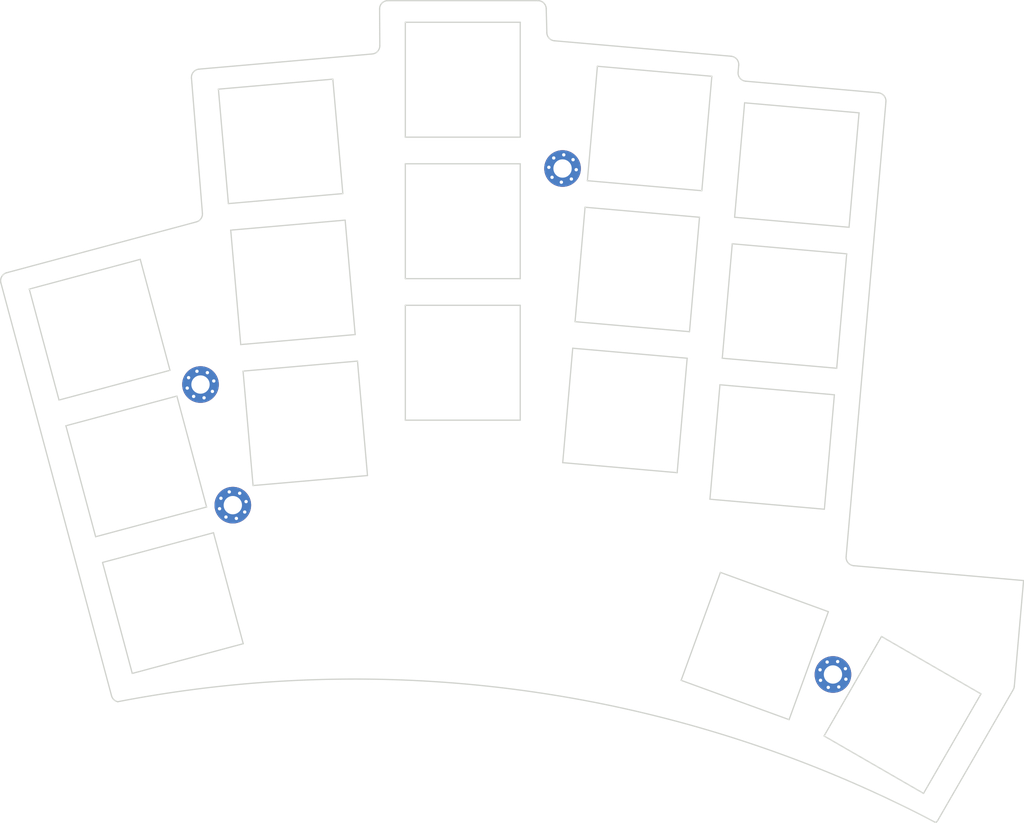
<source format=kicad_pcb>

            
(kicad_pcb (version 20171130) (host pcbnew 5.1.6)

  (page A3)
  (title_block
    (title platepcb)
    (rev v1.0.0)
    (company Unknown)
  )

  (general
    (thickness 1.6)
  )

  (layers
    (0 F.Cu signal)
    (31 B.Cu signal)
    (32 B.Adhes user)
    (33 F.Adhes user)
    (34 B.Paste user)
    (35 F.Paste user)
    (36 B.SilkS user)
    (37 F.SilkS user)
    (38 B.Mask user)
    (39 F.Mask user)
    (40 Dwgs.User user)
    (41 Cmts.User user)
    (42 Eco1.User user)
    (43 Eco2.User user)
    (44 Edge.Cuts user)
    (45 Margin user)
    (46 B.CrtYd user)
    (47 F.CrtYd user)
    (48 B.Fab user)
    (49 F.Fab user)
  )

  (setup
    (last_trace_width 0.25)
    (trace_clearance 0.2)
    (zone_clearance 0.508)
    (zone_45_only no)
    (trace_min 0.2)
    (via_size 0.8)
    (via_drill 0.4)
    (via_min_size 0.4)
    (via_min_drill 0.3)
    (uvia_size 0.3)
    (uvia_drill 0.1)
    (uvias_allowed no)
    (uvia_min_size 0.2)
    (uvia_min_drill 0.1)
    (edge_width 0.05)
    (segment_width 0.2)
    (pcb_text_width 0.3)
    (pcb_text_size 1.5 1.5)
    (mod_edge_width 0.12)
    (mod_text_size 1 1)
    (mod_text_width 0.15)
    (pad_size 1.524 1.524)
    (pad_drill 0.762)
    (pad_to_mask_clearance 0.05)
    (aux_axis_origin 0 0)
    (visible_elements FFFFFF7F)
    (pcbplotparams
      (layerselection 0x010fc_ffffffff)
      (usegerberextensions false)
      (usegerberattributes true)
      (usegerberadvancedattributes true)
      (creategerberjobfile true)
      (excludeedgelayer true)
      (linewidth 0.100000)
      (plotframeref false)
      (viasonmask false)
      (mode 1)
      (useauxorigin false)
      (hpglpennumber 1)
      (hpglpenspeed 20)
      (hpglpendiameter 15.000000)
      (psnegative false)
      (psa4output false)
      (plotreference true)
      (plotvalue true)
      (plotinvisibletext false)
      (padsonsilk false)
      (subtractmaskfromsilk false)
      (outputformat 1)
      (mirror false)
      (drillshape 1)
      (scaleselection 1)
      (outputdirectory ""))
  )

            (net 0 "")
            
  (net_class Default "This is the default net class."
    (clearance 0.2)
    (trace_width 0.25)
    (via_dia 0.8)
    (via_drill 0.4)
    (uvia_dia 0.3)
    (uvia_drill 0.1)
    (add_net "")
  )

            
    (module "MountingHole_2.2mm_M2_Pad_Via" (version 20210722) (generator pcbnew) (layer "F.Cu")
      (tedit 56DDB9C7)
      (at 153.31819159999998 123.74662690000001 15) 
    
      (fp_text reference "_1" (at 0 -3.2) (layer "F.SilkS") hide 
        (effects (font (size 1 1) (thickness 0.15)))
        (tstamp b68bb25c-687d-44b1-b966-dad4cac66b35)
      )
    
      (fp_circle (center 0 0) (end 2.45 0) (layer "F.CrtYd") (width 0.05) (fill none) (tstamp b2688462-c375-45d3-9095-3425fb17c88f))
      (pad "1" thru_hole circle locked (at 1.166726 1.166726) (size 0.7 0.7) (drill 0.4) (layers *.Cu *.Mask) (tstamp 2a7fc905-328f-4bbb-9222-ca8d15d03a86))
      (pad "1" thru_hole circle locked (at 0 0) (size 4.4 4.4) (drill 2.2) (layers *.Cu *.Mask) (tstamp 47ee1d53-0551-4b6d-bc24-3f3f14c73c36))
      (pad "1" thru_hole circle locked (at 0 1.65) (size 0.7 0.7) (drill 0.4) (layers *.Cu *.Mask) (tstamp 4eef65bc-4add-40d7-8319-14dcdbae0d44))
      (pad "1" thru_hole circle locked (at 1.166726 -1.166726) (size 0.7 0.7) (drill 0.4) (layers *.Cu *.Mask) (tstamp 56155f4d-2ebc-4ad4-8d82-7aa7846deba8))
      (pad "1" thru_hole circle locked (at -1.65 0) (size 0.7 0.7) (drill 0.4) (layers *.Cu *.Mask) (tstamp 787d6162-1d3c-4def-859e-6532ce27c1ef))
      (pad "1" thru_hole circle locked (at -1.166726 -1.166726) (size 0.7 0.7) (drill 0.4) (layers *.Cu *.Mask) (tstamp 8d699d12-7099-4814-bbe6-11bc74c6e8b2))
      (pad "1" thru_hole circle locked (at -1.166726 1.166726) (size 0.7 0.7) (drill 0.4) (layers *.Cu *.Mask) (tstamp 95ab0420-a56b-46ee-98ad-5072a1a93a6f))
      (pad "1" thru_hole circle locked (at 1.65 0) (size 0.7 0.7) (drill 0.4) (layers *.Cu *.Mask) (tstamp cde0acf2-b3b4-46de-9f6e-3ab519744000))
      (pad "1" thru_hole circle locked (at 0 -1.65) (size 0.7 0.7) (drill 0.4) (layers *.Cu *.Mask) (tstamp ff0de415-ae11-46fb-b780-c24aee621212))
    )

    (module "MountingHole_2.2mm_M2_Pad_Via" (version 20210722) (generator pcbnew) (layer "F.Cu")
      (tedit 56DDB9C7)
      (at 157.2004773 138.2355142 15) 
    
      (fp_text reference "_2" (at 0 -3.2) (layer "F.SilkS") hide 
        (effects (font (size 1 1) (thickness 0.15)))
        (tstamp b68bb25c-687d-44b1-b966-dad4cac66b35)
      )
    
      (fp_circle (center 0 0) (end 2.45 0) (layer "F.CrtYd") (width 0.05) (fill none) (tstamp b2688462-c375-45d3-9095-3425fb17c88f))
      (pad "1" thru_hole circle locked (at 1.166726 1.166726) (size 0.7 0.7) (drill 0.4) (layers *.Cu *.Mask) (tstamp 2a7fc905-328f-4bbb-9222-ca8d15d03a86))
      (pad "1" thru_hole circle locked (at 0 0) (size 4.4 4.4) (drill 2.2) (layers *.Cu *.Mask) (tstamp 47ee1d53-0551-4b6d-bc24-3f3f14c73c36))
      (pad "1" thru_hole circle locked (at 0 1.65) (size 0.7 0.7) (drill 0.4) (layers *.Cu *.Mask) (tstamp 4eef65bc-4add-40d7-8319-14dcdbae0d44))
      (pad "1" thru_hole circle locked (at 1.166726 -1.166726) (size 0.7 0.7) (drill 0.4) (layers *.Cu *.Mask) (tstamp 56155f4d-2ebc-4ad4-8d82-7aa7846deba8))
      (pad "1" thru_hole circle locked (at -1.65 0) (size 0.7 0.7) (drill 0.4) (layers *.Cu *.Mask) (tstamp 787d6162-1d3c-4def-859e-6532ce27c1ef))
      (pad "1" thru_hole circle locked (at -1.166726 -1.166726) (size 0.7 0.7) (drill 0.4) (layers *.Cu *.Mask) (tstamp 8d699d12-7099-4814-bbe6-11bc74c6e8b2))
      (pad "1" thru_hole circle locked (at -1.166726 1.166726) (size 0.7 0.7) (drill 0.4) (layers *.Cu *.Mask) (tstamp 95ab0420-a56b-46ee-98ad-5072a1a93a6f))
      (pad "1" thru_hole circle locked (at 1.65 0) (size 0.7 0.7) (drill 0.4) (layers *.Cu *.Mask) (tstamp cde0acf2-b3b4-46de-9f6e-3ab519744000))
      (pad "1" thru_hole circle locked (at 0 -1.65) (size 0.7 0.7) (drill 0.4) (layers *.Cu *.Mask) (tstamp ff0de415-ae11-46fb-b780-c24aee621212))
    )

    (module "MountingHole_2.2mm_M2_Pad_Via" (version 20210722) (generator pcbnew) (layer "F.Cu")
      (tedit 56DDB9C7)
      (at 196.810495 97.79483990000003 -5) 
    
      (fp_text reference "_3" (at 0 -3.2) (layer "F.SilkS") hide 
        (effects (font (size 1 1) (thickness 0.15)))
        (tstamp b68bb25c-687d-44b1-b966-dad4cac66b35)
      )
    
      (fp_circle (center 0 0) (end 2.45 0) (layer "F.CrtYd") (width 0.05) (fill none) (tstamp b2688462-c375-45d3-9095-3425fb17c88f))
      (pad "1" thru_hole circle locked (at 1.166726 1.166726) (size 0.7 0.7) (drill 0.4) (layers *.Cu *.Mask) (tstamp 2a7fc905-328f-4bbb-9222-ca8d15d03a86))
      (pad "1" thru_hole circle locked (at 0 0) (size 4.4 4.4) (drill 2.2) (layers *.Cu *.Mask) (tstamp 47ee1d53-0551-4b6d-bc24-3f3f14c73c36))
      (pad "1" thru_hole circle locked (at 0 1.65) (size 0.7 0.7) (drill 0.4) (layers *.Cu *.Mask) (tstamp 4eef65bc-4add-40d7-8319-14dcdbae0d44))
      (pad "1" thru_hole circle locked (at 1.166726 -1.166726) (size 0.7 0.7) (drill 0.4) (layers *.Cu *.Mask) (tstamp 56155f4d-2ebc-4ad4-8d82-7aa7846deba8))
      (pad "1" thru_hole circle locked (at -1.65 0) (size 0.7 0.7) (drill 0.4) (layers *.Cu *.Mask) (tstamp 787d6162-1d3c-4def-859e-6532ce27c1ef))
      (pad "1" thru_hole circle locked (at -1.166726 -1.166726) (size 0.7 0.7) (drill 0.4) (layers *.Cu *.Mask) (tstamp 8d699d12-7099-4814-bbe6-11bc74c6e8b2))
      (pad "1" thru_hole circle locked (at -1.166726 1.166726) (size 0.7 0.7) (drill 0.4) (layers *.Cu *.Mask) (tstamp 95ab0420-a56b-46ee-98ad-5072a1a93a6f))
      (pad "1" thru_hole circle locked (at 1.65 0) (size 0.7 0.7) (drill 0.4) (layers *.Cu *.Mask) (tstamp cde0acf2-b3b4-46de-9f6e-3ab519744000))
      (pad "1" thru_hole circle locked (at 0 -1.65) (size 0.7 0.7) (drill 0.4) (layers *.Cu *.Mask) (tstamp ff0de415-ae11-46fb-b780-c24aee621212))
    )

    (module "MountingHole_2.2mm_M2_Pad_Via" (version 20210722) (generator pcbnew) (layer "F.Cu")
      (tedit 56DDB9C7)
      (at 229.2956862 158.57893650000003 -20) 
    
      (fp_text reference "_4" (at 0 -3.2) (layer "F.SilkS") hide 
        (effects (font (size 1 1) (thickness 0.15)))
        (tstamp b68bb25c-687d-44b1-b966-dad4cac66b35)
      )
    
      (fp_circle (center 0 0) (end 2.45 0) (layer "F.CrtYd") (width 0.05) (fill none) (tstamp b2688462-c375-45d3-9095-3425fb17c88f))
      (pad "1" thru_hole circle locked (at 1.166726 1.166726) (size 0.7 0.7) (drill 0.4) (layers *.Cu *.Mask) (tstamp 2a7fc905-328f-4bbb-9222-ca8d15d03a86))
      (pad "1" thru_hole circle locked (at 0 0) (size 4.4 4.4) (drill 2.2) (layers *.Cu *.Mask) (tstamp 47ee1d53-0551-4b6d-bc24-3f3f14c73c36))
      (pad "1" thru_hole circle locked (at 0 1.65) (size 0.7 0.7) (drill 0.4) (layers *.Cu *.Mask) (tstamp 4eef65bc-4add-40d7-8319-14dcdbae0d44))
      (pad "1" thru_hole circle locked (at 1.166726 -1.166726) (size 0.7 0.7) (drill 0.4) (layers *.Cu *.Mask) (tstamp 56155f4d-2ebc-4ad4-8d82-7aa7846deba8))
      (pad "1" thru_hole circle locked (at -1.65 0) (size 0.7 0.7) (drill 0.4) (layers *.Cu *.Mask) (tstamp 787d6162-1d3c-4def-859e-6532ce27c1ef))
      (pad "1" thru_hole circle locked (at -1.166726 -1.166726) (size 0.7 0.7) (drill 0.4) (layers *.Cu *.Mask) (tstamp 8d699d12-7099-4814-bbe6-11bc74c6e8b2))
      (pad "1" thru_hole circle locked (at -1.166726 1.166726) (size 0.7 0.7) (drill 0.4) (layers *.Cu *.Mask) (tstamp 95ab0420-a56b-46ee-98ad-5072a1a93a6f))
      (pad "1" thru_hole circle locked (at 1.65 0) (size 0.7 0.7) (drill 0.4) (layers *.Cu *.Mask) (tstamp cde0acf2-b3b4-46de-9f6e-3ab519744000))
      (pad "1" thru_hole circle locked (at 0 -1.65) (size 0.7 0.7) (drill 0.4) (layers *.Cu *.Mask) (tstamp ff0de415-ae11-46fb-b780-c24aee621212))
    )
            (gr_line (start 152.81129638266697 104.21220167643794) (end 130.04803902884456 110.31159805613748) (angle 90) (layer Edge.Cuts) (width 0.15))
(gr_line (start 129.3409322288445 111.53634285613742) (end 142.6300889028491 161.1321502667169) (angle 90) (layer Edge.Cuts) (width 0.15))
(gr_line (start 241.90222833238784 176.07346495517794) (end 250.95043756634797 160.4015069129299) (angle 90) (layer Edge.Cuts) (width 0.15))
(gr_line (start 251.08060686634795 159.98866261293006) (end 252.19130841922848 147.2932857063197) (angle 90) (layer Edge.Cuts) (width 0.15))
(gr_line (start 230.8760713 144.4246242) (end 235.65656376211567 89.78334495175477) (angle 90) (layer Edge.Cuts) (width 0.15))
(gr_line (start 234.74752476211563 88.6999945517551) (end 218.8084097151442 87.30550264625548) (angle 90) (layer Edge.Cuts) (width 0.15))
(gr_line (start 217.8993707151442 86.22215224625552) (end 217.97200048456068 85.39198995711877) (angle 90) (layer Edge.Cuts) (width 0.15))
(gr_line (start 217.06296148456065 84.30863955711911) (end 195.83679136109046 82.45159033074175) (angle 90) (layer Edge.Cuts) (width 0.15))
(gr_line (start 194.9242834610905 81.48133323074308) (end 194.849560207405 78.60141290000047) (angle 90) (layer Edge.Cuts) (width 0.15))
(gr_line (start 193.849896607405 77.6273505) (end 175.8307463830549 77.6273505) (angle 90) (layer Edge.Cuts) (width 0.15))
(gr_line (start 174.83076708305492 78.63378910000029) (end 174.85909647102946 83.03363233441996) (angle 90) (layer Edge.Cuts) (width 0.15))
(gr_line (start 173.94627287102966 84.03626563442329) (end 153.14172917207037 85.85642732749842) (angle 90) (layer Edge.Cuts) (width 0.15))
(gr_line (start 152.23216047207038 86.93349532749835) (end 153.54920178266704 103.16540257643828) (angle 90) (layer Edge.Cuts) (width 0.15))
(gr_arc (start 130.30685802884454 111.27752385613746) (end 130.04803902884456 110.31159805613747) (angle -89.99999999999758) (layer Edge.Cuts) (width 0.15))
(gr_arc (start 143.59601470284912 160.8733312667169) (end 142.6300889028491 161.13215026671688) (angle -62.41819814701313) (layer Edge.Cuts) (width 0.15))
(gr_arc (start 241.03620293238788 175.57346495517783) (end 241.64413113238788 176.36745695517783) (angle -22.560151098570202) (layer Edge.Cuts) (width 0.15))
(gr_arc (start 250.08441216634796 159.90150691292996) (end 250.95043756634797 160.40150691292996) (angle -25.000002557876826) (layer Edge.Cuts) (width 0.15))
(gr_arc (start 234.66036906211568 89.69618925175473) (end 235.65656376211567 89.78334495175473) (angle -90.00000000000307) (layer Edge.Cuts) (width 0.15))
(gr_arc (start 218.8955654151442 86.30930794625547) (end 217.89937071514422 86.22215224625548) (angle -89.99999999999665) (layer Edge.Cuts) (width 0.15))
(gr_arc (start 216.97580578456066 85.30483425711873) (end 217.97200048456065 85.39198995711872) (angle -90.00000000000126) (layer Edge.Cuts) (width 0.15))
(gr_arc (start 195.92394706109047 81.45539563074175) (end 194.92428346109048 81.48133323074175) (angle -83.51372080903968) (layer Edge.Cuts) (width 0.15))
(gr_arc (start 193.849896607405 78.62735049999992) (end 194.84956020740498 78.60141289999991) (angle -88.51371835967848) (layer Edge.Cuts) (width 0.15))
(gr_arc (start 175.8307463830549 78.6273505) (end 175.8307463830549 77.6273505) (angle -90.36890714456572) (layer Edge.Cuts) (width 0.15))
(gr_arc (start 173.85911717102945 83.04007093442124) (end 173.94627287102946 84.03626563442124) (angle -85.36890959409037) (layer Edge.Cuts) (width 0.15))
(gr_arc (start 153.22888487207038 86.85262202749843) (end 153.14172917207037 85.85642732749842) (angle -89.63876720303364) (layer Edge.Cuts) (width 0.15))
(gr_arc (start 152.55247738266704 103.24627587643818) (end 152.81129638266702 104.21220167643817) (angle -79.6387668598469) (layer Edge.Cuts) (width 0.15))
(gr_arc (start 171.8242869 309.12735050000003) (end 241.6441312 176.36745690000004) (angle -38.672177686094756) (layer Edge.Cuts) (width 0.15))
(gr_line (start 231.7851103 145.50797470000003) (end 252.19130841922848 147.29328570631986) (angle 90) (layer Edge.Cuts) (width 0.15))
(gr_arc (start 231.87226600000002 144.51178000000002) (end 230.87607130000004 144.4246243) (angle -90) (layer Edge.Cuts) (width 0.15))
(gr_line (start 145.1209632 158.45073960000002) (end 158.4507396 154.8790368) (angle 90) (layer Edge.Cuts) (width 0.15))
(gr_line (start 158.4507396 154.8790368) (end 154.8790368 141.5492604) (angle 90) (layer Edge.Cuts) (width 0.15))
(gr_line (start 154.8790368 141.5492604) (end 141.54926039999998 145.1209632) (angle 90) (layer Edge.Cuts) (width 0.15))
(gr_line (start 141.54926039999998 145.1209632) (end 145.1209632 158.45073960000002) (angle 90) (layer Edge.Cuts) (width 0.15))
(gr_line (start 140.7210394 142.0300006) (end 154.05081579999998 138.4582978) (angle 90) (layer Edge.Cuts) (width 0.15))
(gr_line (start 154.05081579999998 138.4582978) (end 150.47911299999998 125.12852140000001) (angle 90) (layer Edge.Cuts) (width 0.15))
(gr_line (start 150.47911299999998 125.12852140000001) (end 137.14933659999997 128.7002242) (angle 90) (layer Edge.Cuts) (width 0.15))
(gr_line (start 137.14933659999997 128.7002242) (end 140.7210394 142.0300006) (angle 90) (layer Edge.Cuts) (width 0.15))
(gr_line (start 136.32111559999998 125.60926160000001) (end 149.65089199999997 122.03755880000001) (angle 90) (layer Edge.Cuts) (width 0.15))
(gr_line (start 149.65089199999997 122.03755880000001) (end 146.07918919999997 108.70778240000001) (angle 90) (layer Edge.Cuts) (width 0.15))
(gr_line (start 146.07918919999997 108.70778240000001) (end 132.74941279999996 112.27948520000001) (angle 90) (layer Edge.Cuts) (width 0.15))
(gr_line (start 132.74941279999996 112.27948520000001) (end 136.32111559999998 125.60926160000001) (angle 90) (layer Edge.Cuts) (width 0.15))
(gr_line (start 159.6326484 135.88106530000002) (end 173.38013519999998 134.67831610000002) (angle 90) (layer Edge.Cuts) (width 0.15))
(gr_line (start 173.38013519999998 134.67831610000002) (end 172.177386 120.93082930000001) (angle 90) (layer Edge.Cuts) (width 0.15))
(gr_line (start 172.177386 120.93082930000001) (end 158.4298992 122.13357850000001) (angle 90) (layer Edge.Cuts) (width 0.15))
(gr_line (start 158.4298992 122.13357850000001) (end 159.6326484 135.88106530000002) (angle 90) (layer Edge.Cuts) (width 0.15))
(gr_line (start 158.1510008 118.94575540000002) (end 171.8984876 117.74300620000002) (angle 90) (layer Edge.Cuts) (width 0.15))
(gr_line (start 171.8984876 117.74300620000002) (end 170.69573839999998 103.99551940000002) (angle 90) (layer Edge.Cuts) (width 0.15))
(gr_line (start 170.69573839999998 103.99551940000002) (end 156.9482516 105.19826860000002) (angle 90) (layer Edge.Cuts) (width 0.15))
(gr_line (start 156.9482516 105.19826860000002) (end 158.1510008 118.94575540000002) (angle 90) (layer Edge.Cuts) (width 0.15))
(gr_line (start 156.6693532 102.01044550000003) (end 170.41683999999998 100.80769630000003) (angle 90) (layer Edge.Cuts) (width 0.15))
(gr_line (start 170.41683999999998 100.80769630000003) (end 169.2140908 87.06020950000003) (angle 90) (layer Edge.Cuts) (width 0.15))
(gr_line (start 169.2140908 87.06020950000003) (end 155.466604 88.26295870000003) (angle 90) (layer Edge.Cuts) (width 0.15))
(gr_line (start 155.466604 88.26295870000003) (end 156.6693532 102.01044550000003) (angle 90) (layer Edge.Cuts) (width 0.15))
(gr_line (start 177.9242869 128.0273505) (end 191.7242869 128.0273505) (angle 90) (layer Edge.Cuts) (width 0.15))
(gr_line (start 191.7242869 128.0273505) (end 191.7242869 114.22735050000001) (angle 90) (layer Edge.Cuts) (width 0.15))
(gr_line (start 191.7242869 114.22735050000001) (end 177.9242869 114.22735050000001) (angle 90) (layer Edge.Cuts) (width 0.15))
(gr_line (start 177.9242869 114.22735050000001) (end 177.9242869 128.0273505) (angle 90) (layer Edge.Cuts) (width 0.15))
(gr_line (start 177.9242869 111.02735050000001) (end 191.7242869 111.02735050000001) (angle 90) (layer Edge.Cuts) (width 0.15))
(gr_line (start 191.7242869 111.02735050000001) (end 191.7242869 97.22735050000001) (angle 90) (layer Edge.Cuts) (width 0.15))
(gr_line (start 191.7242869 97.22735050000001) (end 177.9242869 97.22735050000001) (angle 90) (layer Edge.Cuts) (width 0.15))
(gr_line (start 177.9242869 97.22735050000001) (end 177.9242869 111.02735050000001) (angle 90) (layer Edge.Cuts) (width 0.15))
(gr_line (start 177.9242869 94.02735050000001) (end 191.7242869 94.02735050000001) (angle 90) (layer Edge.Cuts) (width 0.15))
(gr_line (start 191.7242869 94.02735050000001) (end 191.7242869 80.22735050000001) (angle 90) (layer Edge.Cuts) (width 0.15))
(gr_line (start 191.7242869 80.22735050000001) (end 177.9242869 80.22735050000001) (angle 90) (layer Edge.Cuts) (width 0.15))
(gr_line (start 177.9242869 80.22735050000001) (end 177.9242869 94.02735050000001) (angle 90) (layer Edge.Cuts) (width 0.15))
(gr_line (start 196.8308165 133.13107610000003) (end 210.57830330000002 134.33382530000003) (angle 90) (layer Edge.Cuts) (width 0.15))
(gr_line (start 210.57830330000002 134.33382530000003) (end 211.7810525 120.58633850000002) (angle 90) (layer Edge.Cuts) (width 0.15))
(gr_line (start 211.7810525 120.58633850000002) (end 198.0335657 119.38358930000003) (angle 90) (layer Edge.Cuts) (width 0.15))
(gr_line (start 198.0335657 119.38358930000003) (end 196.8308165 133.13107610000003) (angle 90) (layer Edge.Cuts) (width 0.15))
(gr_line (start 198.3124641 116.19576620000004) (end 212.0599509 117.39851540000004) (angle 90) (layer Edge.Cuts) (width 0.15))
(gr_line (start 212.0599509 117.39851540000004) (end 213.26270010000002 103.65102860000003) (angle 90) (layer Edge.Cuts) (width 0.15))
(gr_line (start 213.26270010000002 103.65102860000003) (end 199.5152133 102.44827940000003) (angle 90) (layer Edge.Cuts) (width 0.15))
(gr_line (start 199.5152133 102.44827940000003) (end 198.3124641 116.19576620000004) (angle 90) (layer Edge.Cuts) (width 0.15))
(gr_line (start 199.7941117 99.26045630000004) (end 213.54159850000002 100.46320550000004) (angle 90) (layer Edge.Cuts) (width 0.15))
(gr_line (start 213.54159850000002 100.46320550000004) (end 214.7443477 86.71571870000004) (angle 90) (layer Edge.Cuts) (width 0.15))
(gr_line (start 214.7443477 86.71571870000004) (end 200.9968609 85.51296950000004) (angle 90) (layer Edge.Cuts) (width 0.15))
(gr_line (start 200.9968609 85.51296950000004) (end 199.7941117 99.26045630000004) (angle 90) (layer Edge.Cuts) (width 0.15))
(gr_line (start 214.5153798 137.52243110000003) (end 228.2628666 138.72518030000003) (angle 90) (layer Edge.Cuts) (width 0.15))
(gr_line (start 228.2628666 138.72518030000003) (end 229.46561580000002 124.97769350000003) (angle 90) (layer Edge.Cuts) (width 0.15))
(gr_line (start 229.46561580000002 124.97769350000003) (end 215.718129 123.77494430000003) (angle 90) (layer Edge.Cuts) (width 0.15))
(gr_line (start 215.718129 123.77494430000003) (end 214.5153798 137.52243110000003) (angle 90) (layer Edge.Cuts) (width 0.15))
(gr_line (start 215.9970274 120.58712120000004) (end 229.74451420000003 121.78987040000004) (angle 90) (layer Edge.Cuts) (width 0.15))
(gr_line (start 229.74451420000003 121.78987040000004) (end 230.9472634 108.04238360000004) (angle 90) (layer Edge.Cuts) (width 0.15))
(gr_line (start 230.9472634 108.04238360000004) (end 217.1997766 106.83963440000004) (angle 90) (layer Edge.Cuts) (width 0.15))
(gr_line (start 217.1997766 106.83963440000004) (end 215.9970274 120.58712120000004) (angle 90) (layer Edge.Cuts) (width 0.15))
(gr_line (start 217.478675 103.65181130000005) (end 231.2261618 104.85456050000005) (angle 90) (layer Edge.Cuts) (width 0.15))
(gr_line (start 231.2261618 104.85456050000005) (end 232.42891100000003 91.10707370000004) (angle 90) (layer Edge.Cuts) (width 0.15))
(gr_line (start 232.42891100000003 91.10707370000004) (end 218.6814242 89.90432450000004) (angle 90) (layer Edge.Cuts) (width 0.15))
(gr_line (start 218.6814242 89.90432450000004) (end 217.478675 103.65181130000005) (angle 90) (layer Edge.Cuts) (width 0.15))
(gr_line (start 211.05494190000002 159.28267520000003) (end 224.0227001 164.00255320000002) (angle 90) (layer Edge.Cuts) (width 0.15))
(gr_line (start 224.0227001 164.00255320000002) (end 228.7425781 151.03479500000003) (angle 90) (layer Edge.Cuts) (width 0.15))
(gr_line (start 228.7425781 151.03479500000003) (end 215.7748199 146.31491700000004) (angle 90) (layer Edge.Cuts) (width 0.15))
(gr_line (start 215.7748199 146.31491700000004) (end 211.05494190000002 159.28267520000003) (angle 90) (layer Edge.Cuts) (width 0.15))
(gr_line (start 228.22545559999998 165.96233030000005) (end 240.17660619999998 172.86233030000005) (angle 90) (layer Edge.Cuts) (width 0.15))
(gr_line (start 240.17660619999998 172.86233030000005) (end 247.0766062 160.91117970000005) (angle 90) (layer Edge.Cuts) (width 0.15))
(gr_line (start 247.0766062 160.91117970000005) (end 235.12545559999998 154.01117970000004) (angle 90) (layer Edge.Cuts) (width 0.15))
(gr_line (start 235.12545559999998 154.01117970000004) (end 228.22545559999998 165.96233030000005) (angle 90) (layer Edge.Cuts) (width 0.15))
            
)

        
</source>
